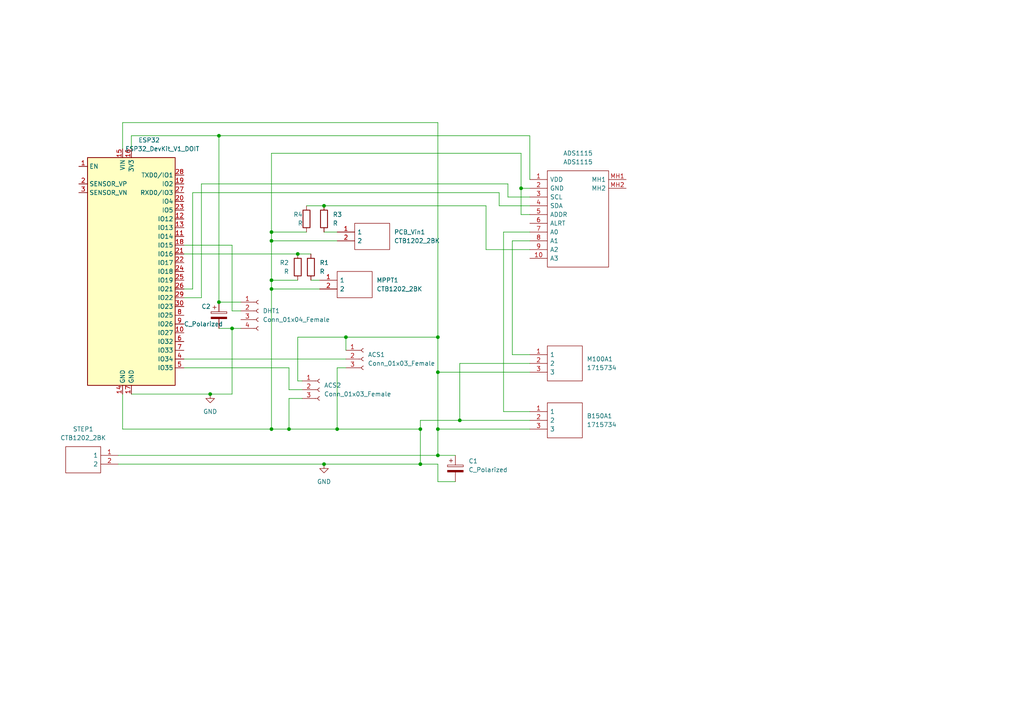
<source format=kicad_sch>
(kicad_sch (version 20211123) (generator eeschema)
  (paper "A4")
  (lib_symbols
    (symbol "ADS1115:ADS1115" (pin_names (offset 0.762))
      (property "Reference" "IC" (at 24.13 7.62 0))
      (property "Value" "ADS1115" (at 24.13 5.08 0))
      (symbol "ADS1115_0_0"
        (pin passive line (at 0 0 0) (length 5.08) (name "VDD") (number "1"))
        (pin passive line (at 0 -22.86 0) (length 5.08) (name "A3") (number "10"))
        (pin passive line (at 0 -2.54 0) (length 5.08) (name "GND") (number "2"))
        (pin passive line (at 0 -5.08 0) (length 5.08) (name "SCL") (number "3"))
        (pin passive line (at 0 -7.62 0) (length 5.08) (name "SDA") (number "4"))
        (pin passive line (at 0 -10.16 0) (length 5.08) (name "ADDR") (number "5"))
        (pin passive line (at 0 -12.7 0) (length 5.08) (name "ALRT") (number "6"))
        (pin passive line (at 0 -15.24 0) (length 5.08) (name "A0") (number "7"))
        (pin passive line (at 0 -17.78 0) (length 5.08) (name "A1") (number "8"))
        (pin passive line (at 0 -20.32 0) (length 5.08) (name "A2") (number "9"))
        (pin passive line (at 27.94 0 180) (length 5.08) (name "MH1") (number "MH1"))
        (pin passive line (at 27.94 -2.54 180) (length 5.08) (name "MH2") (number "MH2"))
      )
      (symbol "ADS1115_0_1"
        (polyline (pts (xy 5.08 2.54) (xy 22.86 2.54) (xy 22.86 -25.4) (xy 5.08 -25.4) (xy 5.08 2.54)) (stroke (width 0.1524)))
      )
    )
    (symbol "Connector:Conn_01x03_Female" (pin_names (offset 1.016) hide)
      (property "Reference" "J" (at 0 5.08 0))
      (property "Value" "Conn_01x03_Female" (at 0 -5.08 0))
      (symbol "Conn_01x03_Female_1_1"
        (arc (start 0 -2.032) (mid -0.508 -2.54) (end 0 -3.048) (stroke (width 0.1524)))
        (polyline (pts (xy -1.27 -2.54) (xy -0.508 -2.54)) (stroke (width 0.1524)))
        (polyline (pts (xy -1.27 0) (xy -0.508 0)) (stroke (width 0.1524)))
        (polyline (pts (xy -1.27 2.54) (xy -0.508 2.54)) (stroke (width 0.1524)))
        (arc (start 0 0.508) (mid -0.508 0) (end 0 -0.508) (stroke (width 0.1524)))
        (arc (start 0 3.048) (mid -0.508 2.54) (end 0 2.032) (stroke (width 0.1524)))
        (pin passive line (at -5.08 2.54 0) (length 3.81) (name "Pin_1") (number "1"))
        (pin passive line (at -5.08 0 0) (length 3.81) (name "Pin_2") (number "2"))
        (pin passive line (at -5.08 -2.54 0) (length 3.81) (name "Pin_3") (number "3"))
      )
    )
    (symbol "Connector:Conn_01x04_Female" (pin_names (offset 1.016) hide)
      (property "Reference" "J" (at 0 5.08 0))
      (property "Value" "Conn_01x04_Female" (at 0 -7.62 0))
      (symbol "Conn_01x04_Female_1_1"
        (arc (start 0 -4.572) (mid -0.508 -5.08) (end 0 -5.588) (stroke (width 0.1524)))
        (arc (start 0 -2.032) (mid -0.508 -2.54) (end 0 -3.048) (stroke (width 0.1524)))
        (polyline (pts (xy -1.27 -5.08) (xy -0.508 -5.08)) (stroke (width 0.1524)))
        (polyline (pts (xy -1.27 -2.54) (xy -0.508 -2.54)) (stroke (width 0.1524)))
        (polyline (pts (xy -1.27 0) (xy -0.508 0)) (stroke (width 0.1524)))
        (polyline (pts (xy -1.27 2.54) (xy -0.508 2.54)) (stroke (width 0.1524)))
        (arc (start 0 0.508) (mid -0.508 0) (end 0 -0.508) (stroke (width 0.1524)))
        (arc (start 0 3.048) (mid -0.508 2.54) (end 0 2.032) (stroke (width 0.1524)))
        (pin passive line (at -5.08 2.54 0) (length 3.81) (name "Pin_1") (number "1"))
        (pin passive line (at -5.08 0 0) (length 3.81) (name "Pin_2") (number "2"))
        (pin passive line (at -5.08 -2.54 0) (length 3.81) (name "Pin_3") (number "3"))
        (pin passive line (at -5.08 -5.08 0) (length 3.81) (name "Pin_4") (number "4"))
      )
    )
    (symbol "Connector_KRE_3W_5,08mm:1715734" (pin_names (offset 0.762))
      (property "Reference" "J" (at 16.51 7.62 0))
      (property "Value" "1715734" (at 16.51 5.08 0))
      (symbol "1715734_0_0"
        (pin passive line (at 0 0 0) (length 5.08) (name "1") (number "1"))
        (pin passive line (at 0 -2.54 0) (length 5.08) (name "2") (number "2"))
        (pin passive line (at 0 -5.08 0) (length 5.08) (name "3") (number "3"))
      )
      (symbol "1715734_0_1"
        (polyline (pts (xy 5.08 2.54) (xy 15.24 2.54) (xy 15.24 -7.62) (xy 5.08 -7.62) (xy 5.08 2.54)) (stroke (width 0.1524)))
      )
    )
    (symbol "Device:C_Polarized" (pin_numbers hide) (pin_names (offset 0.254))
      (property "Reference" "C" (at 0.635 2.54 0))
      (property "Value" "C_Polarized" (at 0.635 -2.54 0))
      (symbol "C_Polarized_0_1"
        (rectangle (start -2.286 0.508) (end 2.286 1.016))
        (polyline (pts (xy -1.778 2.286) (xy -0.762 2.286)))
        (polyline (pts (xy -1.27 2.794) (xy -1.27 1.778)))
        (rectangle (start 2.286 -0.508) (end -2.286 -1.016) (fill (type outline)))
      )
      (symbol "C_Polarized_1_1"
        (pin passive line (at 0 3.81 270) (length 2.794) (name "~") (number "1"))
        (pin passive line (at 0 -3.81 90) (length 2.794) (name "~") (number "2"))
      )
    )
    (symbol "Device:R" (pin_numbers hide) (pin_names (offset 0))
      (property "Reference" "R" (at 2.032 0 90))
      (property "Value" "R" (at 0 0 90))
      (symbol "R_0_1"
        (rectangle (start -1.016 -2.54) (end 1.016 2.54) (stroke (width 0.254)))
      )
      (symbol "R_1_1"
        (pin passive line (at 0 3.81 270) (length 1.27) (name "~") (number "1"))
        (pin passive line (at 0 -3.81 90) (length 1.27) (name "~") (number "2"))
      )
    )
    (symbol "KRE_Terminal_2Way_5.08mm:CTB1202_2BK" (pin_names (offset 0.762))
      (property "Reference" "J" (at 16.51 7.62 0))
      (property "Value" "CTB1202_2BK" (at 16.51 5.08 0))
      (symbol "CTB1202_2BK_0_0"
        (pin passive line (at 0 0 0) (length 5.08) (name "1") (number "1"))
        (pin passive line (at 0 -2.54 0) (length 5.08) (name "2") (number "2"))
      )
      (symbol "CTB1202_2BK_0_1"
        (polyline (pts (xy 5.08 2.54) (xy 15.24 2.54) (xy 15.24 -5.08) (xy 5.08 -5.08) (xy 5.08 2.54)) (stroke (width 0.1524)))
      )
    )
    (symbol "esp32_devkit_v1_doit:ESP32_DevKit_V1_DOIT"
      (property "Reference" "U" (at -11.43 34.29 0))
      (property "Value" "ESP32_DevKit_V1_DOIT" (at 11.43 34.29 0))
      (symbol "ESP32_DevKit_V1_DOIT_1_1"
        (rectangle (start -12.7 33.02) (end 12.7 -33.02) (stroke (width 0.254)) (fill (type background)))
        (pin input line (at -15.24 30.48 0) (length 2.54) (name "EN") (number "1"))
        (pin bidirectional line (at 15.24 -17.78 180) (length 2.54) (name "IO27") (number "10"))
        (pin bidirectional line (at 15.24 10.16 180) (length 2.54) (name "IO14") (number "11"))
        (pin bidirectional line (at 15.24 15.24 180) (length 2.54) (name "IO12") (number "12"))
        (pin bidirectional line (at 15.24 12.7 180) (length 2.54) (name "IO13") (number "13"))
        (pin power_in line (at -2.54 -35.56 90) (length 2.54) (name "GND") (number "14"))
        (pin power_in line (at -2.54 35.56 270) (length 2.54) (name "VIN") (number "15"))
        (pin power_in line (at 0 35.56 270) (length 2.54) (name "3V3") (number "16"))
        (pin power_in line (at 0 -35.56 90) (length 2.54) (name "GND") (number "17"))
        (pin bidirectional line (at 15.24 7.62 180) (length 2.54) (name "IO15") (number "18"))
        (pin bidirectional line (at 15.24 25.4 180) (length 2.54) (name "IO2") (number "19"))
        (pin input line (at -15.24 25.4 0) (length 2.54) (name "SENSOR_VP") (number "2"))
        (pin bidirectional line (at 15.24 20.32 180) (length 2.54) (name "IO4") (number "20"))
        (pin bidirectional line (at 15.24 5.08 180) (length 2.54) (name "IO16") (number "21"))
        (pin bidirectional line (at 15.24 2.54 180) (length 2.54) (name "IO17") (number "22"))
        (pin bidirectional line (at 15.24 17.78 180) (length 2.54) (name "IO5") (number "23"))
        (pin bidirectional line (at 15.24 0 180) (length 2.54) (name "IO18") (number "24"))
        (pin bidirectional line (at 15.24 -2.54 180) (length 2.54) (name "IO19") (number "25"))
        (pin bidirectional line (at 15.24 -5.08 180) (length 2.54) (name "IO21") (number "26"))
        (pin bidirectional line (at 15.24 22.86 180) (length 2.54) (name "RXD0/IO3") (number "27"))
        (pin bidirectional line (at 15.24 27.94 180) (length 2.54) (name "TXD0/IO1") (number "28"))
        (pin bidirectional line (at 15.24 -7.62 180) (length 2.54) (name "IO22") (number "29"))
        (pin input line (at -15.24 22.86 0) (length 2.54) (name "SENSOR_VN") (number "3"))
        (pin bidirectional line (at 15.24 -10.16 180) (length 2.54) (name "IO23") (number "30"))
        (pin input line (at 15.24 -25.4 180) (length 2.54) (name "IO34") (number "4"))
        (pin input line (at 15.24 -27.94 180) (length 2.54) (name "IO35") (number "5"))
        (pin bidirectional line (at 15.24 -20.32 180) (length 2.54) (name "IO32") (number "6"))
        (pin bidirectional line (at 15.24 -22.86 180) (length 2.54) (name "IO33") (number "7"))
        (pin bidirectional line (at 15.24 -12.7 180) (length 2.54) (name "IO25") (number "8"))
        (pin bidirectional line (at 15.24 -15.24 180) (length 2.54) (name "IO26") (number "9"))
      )
    )
    (symbol "power:GND" (power) (pin_names (offset 0))
      (property "Value" "GND" (at 0 -3.81 0))
      (symbol "GND_0_1"
        (polyline (pts (xy 0 0) (xy 0 -1.27) (xy 1.27 -1.27) (xy 0 -2.54) (xy -1.27 -1.27) (xy 0 -1.27)))
      )
      (symbol "GND_1_1"
        (pin power_in line (at 0 0 270) (length 0) hide (name "GND") (number "1"))
      )
    )
  )
  (junction (at 121.92 134.62))
  (junction (at 93.98 134.62))
  (junction (at 67.31 95.25))
  (junction (at 127 97.79))
  (junction (at 78.74 81.28))
  (junction (at 60.96 114.3))
  (junction (at 133.35 121.92))
  (junction (at 78.74 67.31))
  (junction (at 151.13 54.61))
  (junction (at 93.98 59.69))
  (junction (at 63.5 39.37))
  (junction (at 100.33 97.79))
  (junction (at 78.74 124.46))
  (junction (at 63.5 87.63))
  (junction (at 97.79 124.46))
  (junction (at 127 107.95))
  (junction (at 78.74 83.82))
  (junction (at 127 132.08))
  (junction (at 78.74 69.85))
  (junction (at 121.92 124.46))
  (junction (at 86.36 73.66))
  (junction (at 83.82 124.46))
  (junction (at 127 124.46))
  (no_connect (at -87.63 118.11))
  (wire (pts (xy 60.96 114.3) (xy 67.31 114.3)))
  (wire (pts (xy 78.74 83.82) (xy 92.71 83.82)))
  (wire (pts (xy 148.59 102.87) (xy 153.67 102.87)))
  (wire (pts (xy 83.82 115.57) (xy 83.82 124.46)))
  (wire (pts (xy 127 139.7) (xy 132.08 139.7)))
  (wire (pts (xy 147.32 53.34) (xy 147.32 57.15)))
  (wire (pts (xy 127 107.95) (xy 127 124.46)))
  (wire (pts (xy 140.97 72.39) (xy 153.67 72.39)))
  (wire (pts (xy 67.31 114.3) (xy 67.31 95.25)))
  (wire (pts (xy 53.34 73.66) (xy 86.36 73.66)))
  (wire (pts (xy 86.36 97.79) (xy 100.33 97.79)))
  (wire (pts (xy 86.36 97.79) (xy 86.36 110.49)))
  (wire (pts (xy 88.9 59.69) (xy 93.98 59.69)))
  (wire (pts (xy 78.74 83.82) (xy 78.74 124.46)))
  (wire (pts (xy 78.74 44.45) (xy 78.74 67.31)))
  (wire (pts (xy 34.29 134.62) (xy 93.98 134.62)))
  (wire (pts (xy 67.31 71.12) (xy 67.31 90.17)))
  (wire (pts (xy 151.13 54.61) (xy 153.67 54.61)))
  (wire (pts (xy 133.35 121.92) (xy 121.92 121.92)))
  (wire (pts (xy 34.29 132.08) (xy 127 132.08)))
  (wire (pts (xy 35.56 124.46) (xy 78.74 124.46)))
  (wire (pts (xy 55.88 55.88) (xy 144.78 55.88)))
  (wire (pts (xy 133.35 105.41) (xy 153.67 105.41)))
  (wire (pts (xy 146.05 119.38) (xy 153.67 119.38)))
  (wire (pts (xy 144.78 55.88) (xy 144.78 59.69)))
  (wire (pts (xy 127 97.79) (xy 127 107.95)))
  (wire (pts (xy 133.35 105.41) (xy 133.35 121.92)))
  (wire (pts (xy 78.74 67.31) (xy 88.9 67.31)))
  (wire (pts (xy 127 124.46) (xy 153.67 124.46)))
  (wire (pts (xy 78.74 81.28) (xy 86.36 81.28)))
  (wire (pts (xy 127 35.56) (xy 127 97.79)))
  (wire (pts (xy 78.74 81.28) (xy 78.74 83.82)))
  (wire (pts (xy 53.34 86.36) (xy 58.42 86.36)))
  (wire (pts (xy 55.88 55.88) (xy 55.88 83.82)))
  (wire (pts (xy 67.31 90.17) (xy 69.85 90.17)))
  (wire (pts (xy 127 134.62) (xy 127 139.7)))
  (wire (pts (xy 100.33 97.79) (xy 127 97.79)))
  (wire (pts (xy 90.17 73.66) (xy 86.36 73.66)))
  (wire (pts (xy 78.74 69.85) (xy 78.74 81.28)))
  (wire (pts (xy 78.74 44.45) (xy 151.13 44.45)))
  (wire (pts (xy 148.59 69.85) (xy 153.67 69.85)))
  (wire (pts (xy 83.82 115.57) (xy 87.63 115.57)))
  (wire (pts (xy 53.34 104.14) (xy 100.33 104.14)))
  (wire (pts (xy 83.82 124.46) (xy 97.79 124.46)))
  (wire (pts (xy 151.13 54.61) (xy 151.13 62.23)))
  (wire (pts (xy 93.98 67.31) (xy 97.79 67.31)))
  (wire (pts (xy 127 107.95) (xy 153.67 107.95)))
  (wire (pts (xy 127 124.46) (xy 127 132.08)))
  (wire (pts (xy 58.42 53.34) (xy 58.42 86.36)))
  (wire (pts (xy 146.05 67.31) (xy 146.05 119.38)))
  (wire (pts (xy 97.79 124.46) (xy 121.92 124.46)))
  (wire (pts (xy 83.82 106.68) (xy 53.34 106.68)))
  (wire (pts (xy 121.92 121.92) (xy 121.92 124.46)))
  (wire (pts (xy 147.32 57.15) (xy 153.67 57.15)))
  (wire (pts (xy 97.79 106.68) (xy 97.79 124.46)))
  (wire (pts (xy 121.92 124.46) (xy 121.92 134.62)))
  (wire (pts (xy 93.98 134.62) (xy 121.92 134.62)))
  (wire (pts (xy 53.34 71.12) (xy 67.31 71.12)))
  (wire (pts (xy 38.1 39.37) (xy 38.1 43.18)))
  (wire (pts (xy 63.5 95.25) (xy 67.31 95.25)))
  (wire (pts (xy 153.67 39.37) (xy 153.67 52.07)))
  (wire (pts (xy 63.5 39.37) (xy 63.5 87.63)))
  (wire (pts (xy 148.59 69.85) (xy 148.59 102.87)))
  (wire (pts (xy 78.74 124.46) (xy 83.82 124.46)))
  (wire (pts (xy 63.5 39.37) (xy 153.67 39.37)))
  (wire (pts (xy 151.13 44.45) (xy 151.13 54.61)))
  (wire (pts (xy 35.56 114.3) (xy 35.56 124.46)))
  (wire (pts (xy 86.36 110.49) (xy 87.63 110.49)))
  (wire (pts (xy 90.17 81.28) (xy 92.71 81.28)))
  (wire (pts (xy 38.1 114.3) (xy 60.96 114.3)))
  (wire (pts (xy 38.1 39.37) (xy 63.5 39.37)))
  (wire (pts (xy 93.98 59.69) (xy 140.97 59.69)))
  (wire (pts (xy 97.79 106.68) (xy 100.33 106.68)))
  (wire (pts (xy 146.05 67.31) (xy 153.67 67.31)))
  (wire (pts (xy 67.31 95.25) (xy 69.85 95.25)))
  (wire (pts (xy 153.67 121.92) (xy 133.35 121.92)))
  (wire (pts (xy 140.97 59.69) (xy 140.97 72.39)))
  (wire (pts (xy 63.5 87.63) (xy 69.85 87.63)))
  (wire (pts (xy 83.82 113.03) (xy 83.82 106.68)))
  (wire (pts (xy 121.92 134.62) (xy 127 134.62)))
  (wire (pts (xy 58.42 53.34) (xy 147.32 53.34)))
  (wire (pts (xy 127 35.56) (xy 35.56 35.56)))
  (wire (pts (xy 144.78 59.69) (xy 153.67 59.69)))
  (wire (pts (xy 78.74 69.85) (xy 97.79 69.85)))
  (wire (pts (xy 53.34 83.82) (xy 55.88 83.82)))
  (wire (pts (xy 153.67 62.23) (xy 151.13 62.23)))
  (wire (pts (xy 83.82 113.03) (xy 87.63 113.03)))
  (wire (pts (xy 78.74 67.31) (xy 78.74 69.85)))
  (wire (pts (xy 35.56 35.56) (xy 35.56 43.18)))
  (wire (pts (xy 100.33 101.6) (xy 100.33 97.79)))
  (wire (pts (xy 127 132.08) (xy 132.08 132.08)))
  (symbol (lib_id "esp32_devkit_v1_doit:ESP32_DevKit_V1_DOIT") (at 38.1 78.74 0) (unit 1)
    (property "Reference" "ESP32" (at 40.1194 40.64 0) (effects (justify left)))
    (property "Value" "ESP32_DevKit_V1_DOIT" (at 36.3094 43.18 0) (effects (justify left)))
    (property "Footprint" "esp32_devkit_v1_doit:esp32_devkit_v1_doit" (effects hide))
    (property "Datasheet" "https://aliexpress.com/item/32864722159.html" (effects hide))
  )
  (symbol (lib_id "Connector_KRE_3W_5,08mm:1715734") (at 153.67 119.38 0) (unit 1)
    (property "Reference" "B150A1" (at 170.18 120.6499 0) (effects (justify left)))
    (property "Value" "1715734" (at 170.18 123.1899 0) (effects (justify left)))
    (property "Footprint" "Terminal_Block_PCB_3Way:Connector_KRE_3W_5,08mm" (effects hide))
    (property "Datasheet" "http://uk.rs-online.com/web/p/products/1930570" (effects hide))
    (property "Description" "PCB terminal block, nominal current: 17.5 A, rated voltage (III/2): 400 V, nominal cross section: 1.5 mm?, Number of potentials: 3, Number of rows: 1, Number of positions per row: 3, product range: MKDS 1,5, pitch: 5.08 mm, connection method: Screw connection with tension sleeve, mounting: Wave soldering, conductor/PCB connection direction: 0 ?, color: green, Pin layout: Linear pinning, Solder pin [P]: 3.5 mm, type of packaging: packed in cardboard. The article can be aligned to create different nos. of pos" (effects hide))
    (property "Height" "13.95" (effects hide))
    (property "RS Part Number" "1930570" (effects hide))
    (property "RS Price/Stock" "http://uk.rs-online.com/web/p/products/1930570" (effects hide))
    (property "Manufacturer_Name" "Phoenix Contact" (effects hide))
    (property "Manufacturer_Part_Number" "1715734" (effects hide))
    (property "Allied_Number" "70054417" (effects hide))
  )
  (symbol (lib_id "Device:R") (at 90.17 77.47 0) (mirror y) (unit 1)
    (property "Reference" "R1" (at 92.71 76.1999 0) (effects (justify right)))
    (property "Value" "R" (at 92.71 78.7399 0) (effects (justify right)))
    (property "Footprint" "Resistor_THT:R_Axial_DIN0207_L6.3mm_D2.5mm_P10.16mm_Horizontal" (effects hide))
  )
  (symbol (lib_id "KRE_Terminal_2Way_5.08mm:CTB1202_2BK") (at 34.29 132.08 0) (mirror y) (unit 1)
    (property "Reference" "STEP1" (at 24.13 124.46 0))
    (property "Value" "CTB1202_2BK" (at 24.13 127 0))
    (property "Footprint" "Terminal_Block_PCB_2Way:KRE_Terminal_2Way_5.08mm" (effects hide))
    (property "Description" "RS PRO 5mm Pitch Straight, PCB Terminal Block, PCB Mount, 2 Way" (effects hide))
    (property "Height" "12.5" (effects hide))
    (property "RS Part Number" "8966696" (effects hide))
    (property "RS Price/Stock" "https://uk.rs-online.com/web/p/products/8966696" (effects hide))
    (property "Manufacturer_Name" "RS Components" (effects hide))
    (property "Manufacturer_Part_Number" "CTB1202/2BK" (effects hide))
  )
  (symbol (lib_id "Device:R") (at 86.36 77.47 0) (mirror x) (unit 1)
    (property "Reference" "R2" (at 83.82 76.1999 0) (effects (justify right)))
    (property "Value" "R" (at 83.82 78.7399 0) (effects (justify right)))
    (property "Footprint" "Resistor_THT:R_Axial_DIN0207_L6.3mm_D2.5mm_P10.16mm_Horizontal" (effects hide))
  )
  (symbol (lib_id "Connector:Conn_01x03_Female") (at 105.41 104.14 0) (unit 1)
    (property "Reference" "ACS1" (at 106.68 102.8699 0) (effects (justify left)))
    (property "Value" "Conn_01x03_Female" (at 106.68 105.4099 0) (effects (justify left)))
    (property "Footprint" "Connector_PinSocket_2.54mm:PinSocket_1x03_P2.54mm_Vertical" (effects hide))
  )
  (symbol (lib_id "power:GND") (at 60.96 114.3 0) (unit 1)
    (property "Reference" "#PWR0101" (effects hide))
    (property "Value" "GND" (at 60.96 119.38 0))
  )
  (symbol (lib_id "ADS1115:ADS1115") (at 153.67 52.07 0) (unit 1)
    (property "Reference" "ADS1115" (at 167.64 44.45 0))
    (property "Value" "ADS1115" (at 167.64 46.99 0))
    (property "Footprint" "ADS1115:ADS1115" (effects hide))
    (property "Datasheet" "https://cdn-learn.adafruit.com/downloads/pdf/adafruit-4-channel-adc-breakouts.pdf" (effects hide))
    (property "Description" "ADAFRUIT INDUSTRIES - ADS1115 - 16 BID ADC- 4 CHANNEL PROGRAMMABLE" (effects hide))
    (property "Height" "3.25" (effects hide))
    (property "Manufacturer_Name" "Adafruit" (effects hide))
    (property "Manufacturer_Part_Number" "ADS1115" (effects hide))
  )
  (symbol (lib_id "Connector:Conn_01x03_Female") (at 92.71 113.03 0) (unit 1)
    (property "Reference" "ACS2" (at 93.98 111.7599 0) (effects (justify left)))
    (property "Value" "Conn_01x03_Female" (at 93.98 114.2999 0) (effects (justify left)))
    (property "Footprint" "Connector_PinSocket_2.54mm:PinSocket_1x03_P2.54mm_Vertical" (effects hide))
  )
  (symbol (lib_id "Device:R") (at 88.9 63.5 0) (unit 1)
    (property "Reference" "R4" (at 85.09 62.23 0) (effects (justify left)))
    (property "Value" "R" (at 86.36 64.77 0) (effects (justify left)))
    (property "Footprint" "Resistor_THT:R_Axial_DIN0207_L6.3mm_D2.5mm_P10.16mm_Horizontal" (effects hide))
  )
  (symbol (lib_id "Connector:Conn_01x04_Female") (at 74.93 90.17 0) (unit 1)
    (property "Reference" "DHT1" (at 76.2 90.1699 0) (effects (justify left)))
    (property "Value" "Conn_01x04_Female" (at 76.2 92.7099 0) (effects (justify left)))
    (property "Footprint" "Connector_PinSocket_2.54mm:PinSocket_1x04_P2.54mm_Vertical" (effects hide))
  )
  (symbol (lib_id "KRE_Terminal_2Way_5.08mm:CTB1202_2BK") (at 97.79 67.31 0) (unit 1)
    (property "Reference" "PCB_Vin1" (at 114.3 67.3099 0) (effects (justify left)))
    (property "Value" "CTB1202_2BK" (at 114.3 69.8499 0) (effects (justify left)))
    (property "Footprint" "Terminal_Block_PCB_2Way:KRE_Terminal_2Way_5.08mm" (effects hide))
    (property "Description" "RS PRO 5mm Pitch Straight, PCB Terminal Block, PCB Mount, 2 Way" (effects hide))
    (property "Height" "12.5" (effects hide))
    (property "RS Part Number" "8966696" (effects hide))
    (property "RS Price/Stock" "https://uk.rs-online.com/web/p/products/8966696" (effects hide))
    (property "Manufacturer_Name" "RS Components" (effects hide))
    (property "Manufacturer_Part_Number" "CTB1202/2BK" (effects hide))
  )
  (symbol (lib_id "power:GND") (at 93.98 134.62 0) (unit 1)
    (property "Reference" "#PWR0102" (effects hide))
    (property "Value" "GND" (at 93.98 139.7 0))
  )
  (symbol (lib_id "Device:C_Polarized") (at 63.5 91.44 0) (unit 1)
    (property "Reference" "C2" (at 58.42 88.9 0) (effects (justify left)))
    (property "Value" "C_Polarized" (at 53.34 93.98 0) (effects (justify left)))
    (property "Footprint" "Capacitor_THT:C_Radial_D6.3mm_H11.0mm_P2.50mm" (effects hide))
  )
  (symbol (lib_id "KRE_Terminal_2Way_5.08mm:CTB1202_2BK") (at 92.71 81.28 0) (unit 1)
    (property "Reference" "MPPT1" (at 109.22 81.2799 0) (effects (justify left)))
    (property "Value" "CTB1202_2BK" (at 109.22 83.8199 0) (effects (justify left)))
    (property "Footprint" "Terminal_Block_PCB_2Way:KRE_Terminal_2Way_5.08mm" (effects hide))
    (property "Description" "RS PRO 5mm Pitch Straight, PCB Terminal Block, PCB Mount, 2 Way" (effects hide))
    (property "Height" "12.5" (effects hide))
    (property "RS Part Number" "8966696" (effects hide))
    (property "RS Price/Stock" "https://uk.rs-online.com/web/p/products/8966696" (effects hide))
    (property "Manufacturer_Name" "RS Components" (effects hide))
    (property "Manufacturer_Part_Number" "CTB1202/2BK" (effects hide))
  )
  (symbol (lib_id "Device:R") (at 93.98 63.5 0) (mirror y) (unit 1)
    (property "Reference" "R3" (at 96.52 62.2299 0) (effects (justify right)))
    (property "Value" "R" (at 96.52 64.7699 0) (effects (justify right)))
    (property "Footprint" "Resistor_THT:R_Axial_DIN0207_L6.3mm_D2.5mm_P10.16mm_Horizontal" (effects hide))
  )
  (symbol (lib_id "Device:C_Polarized") (at 132.08 135.89 0) (unit 1)
    (property "Reference" "C1" (at 135.89 133.7309 0) (effects (justify left)))
    (property "Value" "C_Polarized" (at 135.89 136.2709 0) (effects (justify left)))
    (property "Footprint" "Capacitor_THT:C_Radial_D6.3mm_H11.0mm_P2.50mm" (effects hide))
  )
  (symbol (lib_id "Connector_KRE_3W_5,08mm:1715734") (at 153.67 102.87 0) (unit 1)
    (property "Reference" "M100A1" (at 170.18 104.1399 0) (effects (justify left)))
    (property "Value" "1715734" (at 170.18 106.6799 0) (effects (justify left)))
    (property "Footprint" "Terminal_Block_PCB_3Way:Connector_KRE_3W_5,08mm" (effects hide))
    (property "Datasheet" "http://uk.rs-online.com/web/p/products/1930570" (effects hide))
    (property "Description" "PCB terminal block, nominal current: 17.5 A, rated voltage (III/2): 400 V, nominal cross section: 1.5 mm?, Number of potentials: 3, Number of rows: 1, Number of positions per row: 3, product range: MKDS 1,5, pitch: 5.08 mm, connection method: Screw connection with tension sleeve, mounting: Wave soldering, conductor/PCB connection direction: 0 ?, color: green, Pin layout: Linear pinning, Solder pin [P]: 3.5 mm, type of packaging: packed in cardboard. The article can be aligned to create different nos. of pos" (effects hide))
    (property "Height" "13.95" (effects hide))
    (property "RS Part Number" "1930570" (effects hide))
    (property "RS Price/Stock" "http://uk.rs-online.com/web/p/products/1930570" (effects hide))
    (property "Manufacturer_Name" "Phoenix Contact" (effects hide))
    (property "Manufacturer_Part_Number" "1715734" (effects hide))
    (property "Allied_Number" "70054417" (effects hide))
  )
)
</source>
